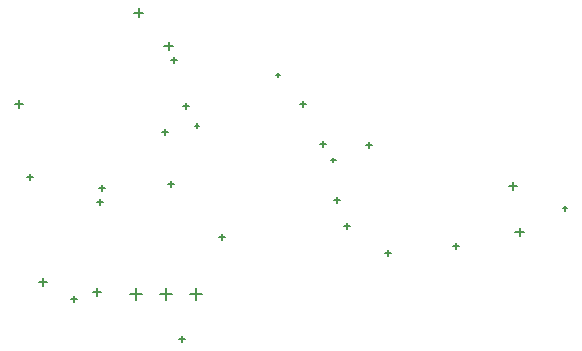
<source format=gbr>
G04*
G04 #@! TF.GenerationSoftware,Altium Limited,Altium Designer,25.8.1 (18)*
G04*
G04 Layer_Color=128*
%FSLAX44Y44*%
%MOMM*%
G71*
G04*
G04 #@! TF.SameCoordinates,DC2A109C-38F9-4662-A5C9-921089D2BF11*
G04*
G04*
G04 #@! TF.FilePolarity,Positive*
G04*
G01*
G75*
%ADD17C,0.1270*%
D17*
X-185078Y-93003D02*
X-174878D01*
X-179978Y-98103D02*
Y-87903D01*
X-159678Y-93003D02*
X-149478D01*
X-154578Y-98103D02*
Y-87903D01*
X-134278Y-93003D02*
X-124078D01*
X-129178Y-98103D02*
Y-87903D01*
X-130596Y49376D02*
X-126786D01*
X-128691Y47471D02*
Y51281D01*
X-158660Y44010D02*
X-153580D01*
X-156120Y41470D02*
Y46550D01*
X140867Y-40462D02*
X147979D01*
X144423Y-44018D02*
Y-36906D01*
X135254Y-1824D02*
X142366D01*
X138810Y-5380D02*
Y1732D01*
X30250Y-58709D02*
X35330D01*
X32790Y-61249D02*
Y-56169D01*
X-150667Y105032D02*
X-145588D01*
X-148127Y102492D02*
Y107572D01*
X-140562Y65775D02*
X-135482D01*
X-138022Y63235D02*
Y68315D01*
X14776Y33010D02*
X19856D01*
X17316Y30470D02*
Y35550D01*
X-41422Y67276D02*
X-36342D01*
X-38882Y64736D02*
Y69816D01*
X-143617Y-131197D02*
X-138537D01*
X-141077Y-133737D02*
Y-128657D01*
X-156406Y116615D02*
X-149294D01*
X-152850Y113059D02*
Y120171D01*
X-181739Y145002D02*
X-174627D01*
X-178183Y141447D02*
Y148559D01*
X-153445Y72D02*
X-148365D01*
X-150905Y-2468D02*
Y2612D01*
X-24256Y33524D02*
X-19176D01*
X-21716Y30984D02*
Y36064D01*
X88048Y-52371D02*
X93128D01*
X90588Y-54911D02*
Y-49831D01*
X-235526Y-97764D02*
X-230446D01*
X-232986Y-100304D02*
Y-95224D01*
X-213427Y-15575D02*
X-208347D01*
X-210887Y-18115D02*
Y-13035D01*
X-110466Y-45348D02*
X-105386D01*
X-107926Y-47888D02*
Y-42808D01*
X-272962Y6127D02*
X-267882D01*
X-270422Y3587D02*
Y8667D01*
X-4074Y-35255D02*
X1006D01*
X-1534Y-37795D02*
Y-32715D01*
X-211519Y-3624D02*
X-206439D01*
X-208979Y-6164D02*
Y-1084D01*
X-12486Y-13682D02*
X-7406D01*
X-9946Y-16222D02*
Y-11142D01*
X-15150Y20239D02*
X-11340D01*
X-13245Y18334D02*
Y22144D01*
X-62075Y92355D02*
X-58265D01*
X-60170Y90450D02*
Y94261D01*
X-283156Y67634D02*
X-276044D01*
X-279600Y64078D02*
Y71190D01*
X-216932Y-91653D02*
X-209820D01*
X-213376Y-95209D02*
Y-88097D01*
X-262549Y-83112D02*
X-255436D01*
X-258993Y-86668D02*
Y-79556D01*
X180914Y-20681D02*
X184724D01*
X182819Y-22586D02*
Y-18776D01*
M02*

</source>
